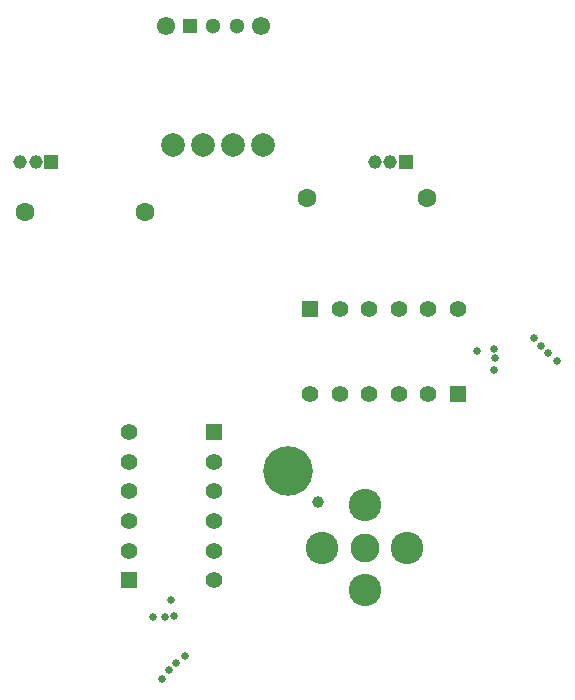
<source format=gbr>
%TF.GenerationSoftware,Altium Limited,Altium Designer,22.7.1 (60)*%
G04 Layer_Color=16711935*
%FSLAX45Y45*%
%MOMM*%
%TF.SameCoordinates,2E8CAF61-F9F5-4988-A97D-765C0E49F6B8*%
%TF.FilePolarity,Negative*%
%TF.FileFunction,Soldermask,Bot*%
%TF.Part,Single*%
G01*
G75*
%TA.AperFunction,ComponentPad*%
%ADD23C,1.40000*%
%ADD25C,1.55000*%
%ADD26C,1.30000*%
%ADD27R,1.30000X1.30000*%
%ADD28R,1.40000X1.40000*%
%ADD29R,1.40000X1.40000*%
%ADD32R,1.15000X1.15000*%
%ADD33C,1.15000*%
%ADD41C,1.60320*%
%ADD42C,2.00320*%
%ADD43C,2.45320*%
%ADD44C,2.75320*%
%TA.AperFunction,ViaPad*%
%ADD45C,0.65320*%
%ADD46C,4.20320*%
%ADD47C,1.00320*%
D23*
X-9309Y-1040616D02*
D03*
Y-1290616D02*
D03*
Y-1540616D02*
D03*
Y-1790616D02*
D03*
Y-2040616D02*
D03*
X-731625Y-1790615D02*
D03*
X-731624Y-1540616D02*
D03*
Y-1290616D02*
D03*
Y-1040616D02*
D03*
Y-790616D02*
D03*
X1053316Y257391D02*
D03*
X1303316D02*
D03*
X1553316D02*
D03*
X1803316Y257390D02*
D03*
X2053316Y257391D02*
D03*
X1803315Y-464925D02*
D03*
X1553316Y-464924D02*
D03*
X1303316Y-464925D02*
D03*
X1053316Y-464924D02*
D03*
X803316Y-464924D02*
D03*
D25*
X384100Y2654301D02*
D03*
X-415900Y2654300D02*
D03*
D26*
X184100Y2654300D02*
D03*
X-15900Y2654300D02*
D03*
D27*
X-215900D02*
D03*
D28*
X-9309Y-790616D02*
D03*
X-731624Y-2040616D02*
D03*
D29*
X803316Y257391D02*
D03*
X2053316Y-464925D02*
D03*
D32*
X-1389621Y1502263D02*
D03*
X1610379D02*
D03*
D33*
X-1519621Y1502263D02*
D03*
X-1649621D02*
D03*
X1350380D02*
D03*
X1480379Y1502263D02*
D03*
D41*
X774700Y1193800D02*
D03*
X1790700D02*
D03*
X-1612900Y1076849D02*
D03*
X-596900D02*
D03*
D42*
X-355600Y1643874D02*
D03*
X-101600Y1643874D02*
D03*
X152400Y1643874D02*
D03*
X406400D02*
D03*
D43*
X1263614Y-1766751D02*
D03*
D44*
X904403Y-1766751D02*
D03*
X1263615Y-2125962D02*
D03*
X1622826Y-1766753D02*
D03*
X1263615Y-1407541D02*
D03*
D45*
X-452917Y-2882234D02*
D03*
X-329059Y-2743579D02*
D03*
X-526255Y-2349743D02*
D03*
X-354067Y-2343814D02*
D03*
X-260454Y-2684559D02*
D03*
X-388248Y-2804960D02*
D03*
X2894934Y-186217D02*
D03*
X2756279Y-62359D02*
D03*
X2362444Y-259555D02*
D03*
X2356514Y-87367D02*
D03*
X2697259Y6246D02*
D03*
X2817660Y-121548D02*
D03*
X-423593Y-2354872D02*
D03*
X-371691Y-2205656D02*
D03*
X2367573Y-156893D02*
D03*
X2218356Y-104991D02*
D03*
D46*
X615379Y-1113638D02*
D03*
D47*
X869379Y-1380337D02*
D03*
%TF.MD5,e73824094296b38e67050d2638177307*%
M02*

</source>
